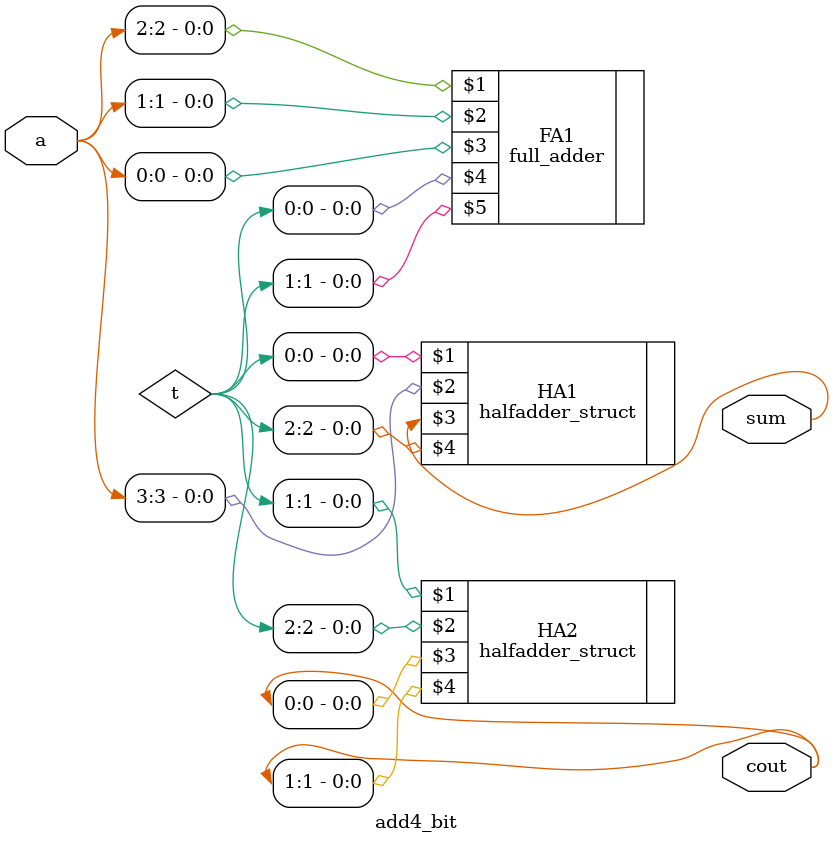
<source format=v>

module add4_bit(a,sum,cout);

 input  [3:0]a;
 output sum;
 output [1:0]cout;
 wire [2:0]t;

  full_adder FA1(a[2],a[1],a[0],t[0],t[1]);
  halfadder_struct HA1(t[0],a[3],sum,t[2]);
  halfadder_struct HA2(t[1],t[2],cout[0],cout[1]);

  //assign Y={[1:0]cout,sum};

endmodule 
</source>
